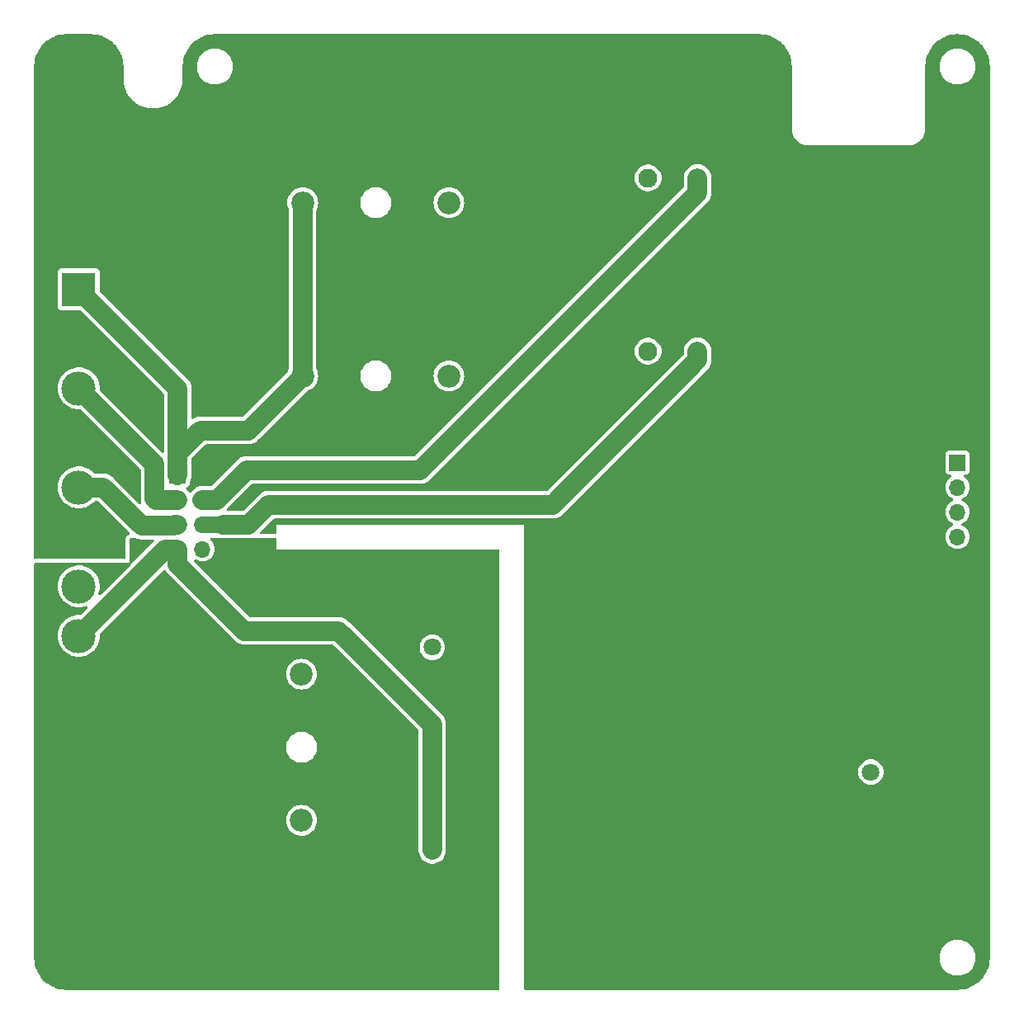
<source format=gbr>
%TF.GenerationSoftware,KiCad,Pcbnew,8.0.3-8.0.3-0~ubuntu22.04.1*%
%TF.CreationDate,2024-08-09T14:04:43+03:00*%
%TF.ProjectId,PM-PS,504d2d50-532e-46b6-9963-61645f706362,rev?*%
%TF.SameCoordinates,Original*%
%TF.FileFunction,Copper,L2,Bot*%
%TF.FilePolarity,Positive*%
%FSLAX46Y46*%
G04 Gerber Fmt 4.6, Leading zero omitted, Abs format (unit mm)*
G04 Created by KiCad (PCBNEW 8.0.3-8.0.3-0~ubuntu22.04.1) date 2024-08-09 14:04:43*
%MOMM*%
%LPD*%
G01*
G04 APERTURE LIST*
%TA.AperFunction,ComponentPad*%
%ADD10C,1.950000*%
%TD*%
%TA.AperFunction,ComponentPad*%
%ADD11C,1.803400*%
%TD*%
%TA.AperFunction,ComponentPad*%
%ADD12C,2.350000*%
%TD*%
%TA.AperFunction,ComponentPad*%
%ADD13R,1.700000X1.700000*%
%TD*%
%TA.AperFunction,ComponentPad*%
%ADD14O,1.700000X1.700000*%
%TD*%
%TA.AperFunction,ComponentPad*%
%ADD15R,3.500000X3.500000*%
%TD*%
%TA.AperFunction,ComponentPad*%
%ADD16C,3.500000*%
%TD*%
%TA.AperFunction,ComponentPad*%
%ADD17O,6.350000X6.350000*%
%TD*%
%TA.AperFunction,Conductor*%
%ADD18C,2.000000*%
%TD*%
%TA.AperFunction,Conductor*%
%ADD19C,1.699800*%
%TD*%
G04 APERTURE END LIST*
D10*
%TO.P,J5,1,VIN*%
%TO.N,Net-(J5-VIN)*%
X88900000Y-83820000D03*
%TO.P,J5,2,GND*%
%TO.N,GND*%
X91440000Y-83820000D03*
%TO.P,J5,3,+VO*%
%TO.N,+3.3V*%
X93980000Y-83820000D03*
%TD*%
D11*
%TO.P,U1,1,V-*%
%TO.N,GND*%
X111760000Y-135000000D03*
%TO.P,U1,2,V+*%
%TO.N,+24V*%
X111760000Y-127000001D03*
%TO.P,U1,3,AC/L*%
%TO.N,230V*%
X66759988Y-114200001D03*
%TO.P,U1,4,AC/N*%
%TO.N,N*%
X66759988Y-135000000D03*
%TD*%
D12*
%TO.P,U3,1,1*%
%TO.N,+24V*%
X53460000Y-86360000D03*
%TO.P,U3,2,2*%
%TO.N,Net-(J5-VIN)*%
X68460000Y-86360000D03*
%TD*%
D13*
%TO.P,J2,1,Pin_1*%
%TO.N,unconnected-(J2-Pin_1-Pad1)*%
X120650000Y-95250000D03*
D14*
%TO.P,J2,2,Pin_2*%
%TO.N,unconnected-(J2-Pin_2-Pad2)*%
X120650000Y-97790000D03*
%TO.P,J2,3,Pin_3*%
%TO.N,+5V*%
X120650000Y-100330000D03*
%TO.P,J2,4,Pin_4*%
%TO.N,+3.3V*%
X120650000Y-102870000D03*
%TO.P,J2,5,Pin_5*%
%TO.N,GND*%
X120650000Y-105410000D03*
%TD*%
D12*
%TO.P,U4,1,1*%
%TO.N,Net-(J3-Pin_7)*%
X53340000Y-131960000D03*
%TO.P,U4,2,2*%
%TO.N,230V*%
X53340000Y-116960000D03*
%TD*%
D15*
%TO.P,J3,1,Pin_1*%
%TO.N,+24V*%
X30480000Y-77470000D03*
D16*
%TO.P,J3,2,Pin_2*%
%TO.N,GND*%
X30480000Y-82550000D03*
%TO.P,J3,3,Pin_3*%
%TO.N,+5V*%
X30480000Y-87630000D03*
%TO.P,J3,4,Pin_4*%
%TO.N,GND*%
X30480000Y-92710000D03*
%TO.P,J3,5,Pin_5*%
%TO.N,+3.3V*%
X30480000Y-97790000D03*
%TO.P,J3,6,Pin_6*%
%TO.N,GND*%
X30480000Y-102870000D03*
%TO.P,J3,7,Pin_7*%
%TO.N,Net-(J3-Pin_7)*%
X30480000Y-107950000D03*
%TO.P,J3,8,Pin_8*%
%TO.N,N*%
X30480000Y-113030000D03*
%TO.P,J3,9,Pin_9*%
%TO.N,PE*%
X30480000Y-118110000D03*
%TO.P,J3,10,Pin_10*%
X30480000Y-123190000D03*
%TD*%
D13*
%TO.P,J1,1,1*%
%TO.N,+24V*%
X40640000Y-96520000D03*
D14*
%TO.P,J1,2,2*%
%TO.N,GND*%
X43180000Y-96520000D03*
%TO.P,J1,3,3*%
%TO.N,+5V*%
X40640000Y-99060000D03*
%TO.P,J1,4,4*%
X43180000Y-99060000D03*
%TO.P,J1,5,5*%
%TO.N,+3.3V*%
X40640000Y-101600000D03*
%TO.P,J1,6,6*%
X43180000Y-101600000D03*
%TO.P,J1,7,7*%
%TO.N,N*%
X40640000Y-104140000D03*
%TO.P,J1,8,8*%
%TO.N,230V*%
X43180000Y-104140000D03*
%TD*%
D12*
%TO.P,U2,1,1*%
%TO.N,+24V*%
X53460000Y-68580000D03*
%TO.P,U2,2,2*%
%TO.N,Net-(J4-VIN)*%
X68460000Y-68580000D03*
%TD*%
D17*
%TO.P,PE1,1*%
%TO.N,PE*%
X44450000Y-146050000D03*
%TD*%
D10*
%TO.P,J4,1,VIN*%
%TO.N,Net-(J4-VIN)*%
X88900000Y-66040000D03*
%TO.P,J4,2,GND*%
%TO.N,GND*%
X91440000Y-66040000D03*
%TO.P,J4,3,+VO*%
%TO.N,+5V*%
X93980000Y-66040000D03*
%TD*%
D18*
%TO.N,+5V*%
X47687760Y-96012000D02*
X65532000Y-96012000D01*
X43180000Y-99060000D02*
X44639760Y-99060000D01*
X44639760Y-99060000D02*
X47687760Y-96012000D01*
X40640000Y-99060000D02*
X38388300Y-99060000D01*
X30480000Y-87630000D02*
X38238300Y-95388300D01*
X65532000Y-96012000D02*
X93980000Y-67564000D01*
X38238300Y-95388300D02*
X38238300Y-98910000D01*
X93980000Y-67564000D02*
X93980000Y-66040000D01*
X38238300Y-98910000D02*
X38388300Y-99060000D01*
D19*
%TO.N,+3.3V*%
X40138200Y-101739800D02*
X40278000Y-101600000D01*
D18*
X40640000Y-101600000D02*
X40278000Y-101600000D01*
X36971200Y-101739800D02*
X33021400Y-97790000D01*
X49945800Y-99568000D02*
X47913800Y-101600000D01*
X47913800Y-101600000D02*
X45281600Y-101600000D01*
X93980000Y-83820000D02*
X93980000Y-84705100D01*
X79117100Y-99568000D02*
X49945800Y-99568000D01*
X36971200Y-101739800D02*
X40138200Y-101739800D01*
X33021400Y-97790000D02*
X30480000Y-97790000D01*
X93980000Y-84705100D02*
X79117100Y-99568000D01*
D19*
X45281600Y-101600000D02*
X43180000Y-101600000D01*
D18*
%TO.N,N*%
X40640000Y-104140000D02*
X39370000Y-104140000D01*
X57150000Y-112522000D02*
X47498000Y-112522000D01*
X38108000Y-105402000D02*
X30480000Y-113030000D01*
X66760000Y-122132000D02*
X57150000Y-112522000D01*
X66760000Y-135000000D02*
X66760000Y-122132000D01*
X39370000Y-104140000D02*
X38108000Y-105402000D01*
X40640000Y-105664000D02*
X40640000Y-104140000D01*
X47498000Y-112522000D02*
X40640000Y-105664000D01*
%TO.N,+24V*%
X53460000Y-68580000D02*
X53460000Y-86360000D01*
X40640000Y-87630000D02*
X30480000Y-77470000D01*
X47872000Y-91948000D02*
X53460000Y-86360000D01*
X40640000Y-96520000D02*
X40640000Y-94268300D01*
X42960300Y-91948000D02*
X47872000Y-91948000D01*
X40640000Y-94268300D02*
X42960300Y-91948000D01*
X40640000Y-94268300D02*
X40640000Y-87630000D01*
%TD*%
%TA.AperFunction,Conductor*%
%TO.N,PE*%
G36*
X36380250Y-103010515D02*
G01*
X36402267Y-103021733D01*
X36433594Y-103037695D01*
X36538431Y-103071758D01*
X36573370Y-103083110D01*
X36643247Y-103105815D01*
X36788402Y-103128805D01*
X36860979Y-103140301D01*
X36860980Y-103140301D01*
X37086533Y-103140301D01*
X37086557Y-103140300D01*
X38089731Y-103140300D01*
X38156770Y-103159985D01*
X38202525Y-103212789D01*
X38212469Y-103281947D01*
X38183444Y-103345503D01*
X38177412Y-103351981D01*
X37195636Y-104333758D01*
X35898681Y-105630712D01*
X35837358Y-105664197D01*
X35813446Y-105662486D01*
X35815770Y-105678647D01*
X35786745Y-105742203D01*
X35780713Y-105748681D01*
X32700281Y-108829111D01*
X32638958Y-108862596D01*
X32569266Y-108857612D01*
X32513333Y-108815740D01*
X32488916Y-108750276D01*
X32495760Y-108699905D01*
X32555590Y-108531559D01*
X32555595Y-108531543D01*
X32588511Y-108373135D01*
X32615448Y-108243511D01*
X32635525Y-107950000D01*
X32615448Y-107656489D01*
X32598089Y-107572955D01*
X32555595Y-107368456D01*
X32555590Y-107368440D01*
X32457072Y-107091237D01*
X32457072Y-107091236D01*
X32321722Y-106830024D01*
X32321721Y-106830022D01*
X32321717Y-106830016D01*
X32152067Y-106589676D01*
X31951256Y-106374661D01*
X31781068Y-106236203D01*
X31723049Y-106189001D01*
X31723047Y-106189000D01*
X31723045Y-106188998D01*
X31471680Y-106036139D01*
X31471675Y-106036137D01*
X31201845Y-105918934D01*
X30918560Y-105839561D01*
X30918556Y-105839560D01*
X30918555Y-105839560D01*
X30772826Y-105819530D01*
X30627099Y-105799500D01*
X30627098Y-105799500D01*
X30332902Y-105799500D01*
X30332901Y-105799500D01*
X30041445Y-105839560D01*
X30041439Y-105839561D01*
X29758154Y-105918934D01*
X29488324Y-106036137D01*
X29488319Y-106036139D01*
X29236954Y-106188998D01*
X29008743Y-106374661D01*
X28807932Y-106589676D01*
X28638282Y-106830016D01*
X28638278Y-106830022D01*
X28502927Y-107091237D01*
X28404409Y-107368440D01*
X28404404Y-107368456D01*
X28344552Y-107656486D01*
X28344551Y-107656488D01*
X28324475Y-107950000D01*
X28344551Y-108243511D01*
X28344552Y-108243513D01*
X28404404Y-108531543D01*
X28404409Y-108531559D01*
X28502927Y-108808762D01*
X28638278Y-109069977D01*
X28638282Y-109069983D01*
X28807932Y-109310323D01*
X29008743Y-109525338D01*
X29136384Y-109629181D01*
X29236951Y-109710999D01*
X29236953Y-109711000D01*
X29236954Y-109711001D01*
X29488319Y-109863860D01*
X29488324Y-109863862D01*
X29758154Y-109981065D01*
X29758159Y-109981067D01*
X30041445Y-110060440D01*
X30297681Y-110095659D01*
X30332901Y-110100500D01*
X30332902Y-110100500D01*
X30627099Y-110100500D01*
X30658520Y-110096180D01*
X30918555Y-110060440D01*
X31201841Y-109981067D01*
X31215958Y-109974934D01*
X31285288Y-109966278D01*
X31348293Y-109996479D01*
X31384969Y-110055949D01*
X31383670Y-110125807D01*
X31353044Y-110176348D01*
X30686212Y-110843181D01*
X30624889Y-110876666D01*
X30598531Y-110879500D01*
X30332901Y-110879500D01*
X30041445Y-110919560D01*
X30041439Y-110919561D01*
X29758154Y-110998934D01*
X29488324Y-111116137D01*
X29488319Y-111116139D01*
X29236954Y-111268998D01*
X29008743Y-111454661D01*
X28807932Y-111669676D01*
X28638282Y-111910016D01*
X28638278Y-111910022D01*
X28502927Y-112171237D01*
X28404409Y-112448440D01*
X28404404Y-112448456D01*
X28344552Y-112736486D01*
X28344551Y-112736488D01*
X28324475Y-113030000D01*
X28344551Y-113323511D01*
X28344552Y-113323513D01*
X28404404Y-113611543D01*
X28404409Y-113611559D01*
X28502927Y-113888762D01*
X28638278Y-114149977D01*
X28638282Y-114149983D01*
X28807932Y-114390323D01*
X29008743Y-114605338D01*
X29136384Y-114709181D01*
X29236951Y-114790999D01*
X29236953Y-114791000D01*
X29236954Y-114791001D01*
X29488319Y-114943860D01*
X29488324Y-114943862D01*
X29710201Y-115040236D01*
X29758159Y-115061067D01*
X30041445Y-115140440D01*
X30297681Y-115175659D01*
X30332901Y-115180500D01*
X30332902Y-115180500D01*
X30627099Y-115180500D01*
X30658520Y-115176180D01*
X30918555Y-115140440D01*
X31201841Y-115061067D01*
X31471682Y-114943859D01*
X31723049Y-114790999D01*
X31951260Y-114605335D01*
X32152065Y-114390326D01*
X32321722Y-114149976D01*
X32457072Y-113888764D01*
X32555592Y-113611554D01*
X32555592Y-113611549D01*
X32555595Y-113611543D01*
X32607914Y-113359765D01*
X32615448Y-113323511D01*
X32635525Y-113030000D01*
X32628174Y-112922541D01*
X32643237Y-112854317D01*
X32664200Y-112826404D01*
X39176242Y-106314364D01*
X39203499Y-106287106D01*
X39264818Y-106253623D01*
X39334509Y-106258606D01*
X39390444Y-106300477D01*
X39401662Y-106318494D01*
X39442183Y-106398020D01*
X39442184Y-106398021D01*
X39571751Y-106576357D01*
X39571755Y-106576361D01*
X39571758Y-106576365D01*
X39727635Y-106732242D01*
X39731965Y-106736572D01*
X39731976Y-106736582D01*
X46426632Y-113431238D01*
X46426646Y-113431253D01*
X46429757Y-113434364D01*
X46429758Y-113434365D01*
X46585635Y-113590242D01*
X46585638Y-113590244D01*
X46585642Y-113590248D01*
X46747372Y-113707750D01*
X46763978Y-113719815D01*
X46892375Y-113785237D01*
X46960393Y-113819895D01*
X46960396Y-113819896D01*
X47065221Y-113853955D01*
X47170049Y-113888015D01*
X47387779Y-113922501D01*
X47387780Y-113922501D01*
X47613333Y-113922501D01*
X47613357Y-113922500D01*
X56518532Y-113922500D01*
X56585571Y-113942185D01*
X56606213Y-113958819D01*
X65323181Y-122675787D01*
X65356666Y-122737110D01*
X65359500Y-122763468D01*
X65359500Y-135110221D01*
X65393985Y-135327952D01*
X65462103Y-135537603D01*
X65462104Y-135537606D01*
X65562187Y-135734025D01*
X65691752Y-135912358D01*
X65691756Y-135912363D01*
X65847636Y-136068243D01*
X65847641Y-136068247D01*
X66003192Y-136181260D01*
X66025978Y-136197815D01*
X66154375Y-136263237D01*
X66222393Y-136297895D01*
X66222396Y-136297896D01*
X66327221Y-136331955D01*
X66432049Y-136366015D01*
X66649778Y-136400500D01*
X66649779Y-136400500D01*
X66870221Y-136400500D01*
X66870222Y-136400500D01*
X67087951Y-136366015D01*
X67297606Y-136297895D01*
X67494022Y-136197815D01*
X67672365Y-136068242D01*
X67828242Y-135912365D01*
X67957815Y-135734022D01*
X68057895Y-135537606D01*
X68126015Y-135327951D01*
X68160500Y-135110222D01*
X68160500Y-122021778D01*
X68126015Y-121804049D01*
X68057895Y-121594394D01*
X68057895Y-121594393D01*
X68023237Y-121526375D01*
X67957815Y-121397978D01*
X67941260Y-121375192D01*
X67828247Y-121219641D01*
X67828243Y-121219636D01*
X67672364Y-121063757D01*
X60808606Y-114200000D01*
X65452814Y-114200000D01*
X65452814Y-114200001D01*
X65472672Y-114426984D01*
X65472674Y-114426994D01*
X65531643Y-114647073D01*
X65531645Y-114647077D01*
X65531646Y-114647081D01*
X65576934Y-114744202D01*
X65627940Y-114853585D01*
X65627941Y-114853587D01*
X65627942Y-114853588D01*
X65758635Y-115040236D01*
X65919753Y-115201354D01*
X66106401Y-115332047D01*
X66312908Y-115428343D01*
X66533000Y-115487316D01*
X66714590Y-115503203D01*
X66759987Y-115507175D01*
X66759988Y-115507175D01*
X66759989Y-115507175D01*
X66797819Y-115503865D01*
X66986976Y-115487316D01*
X67207068Y-115428343D01*
X67413575Y-115332047D01*
X67600223Y-115201354D01*
X67761341Y-115040236D01*
X67892034Y-114853588D01*
X67988330Y-114647081D01*
X68047303Y-114426989D01*
X68067162Y-114200001D01*
X68047303Y-113973013D01*
X67988330Y-113752921D01*
X67892034Y-113546414D01*
X67761341Y-113359766D01*
X67600223Y-113198648D01*
X67413575Y-113067955D01*
X67413574Y-113067954D01*
X67413572Y-113067953D01*
X67304189Y-113016947D01*
X67207068Y-112971659D01*
X67207064Y-112971658D01*
X67207060Y-112971656D01*
X66986981Y-112912687D01*
X66986971Y-112912685D01*
X66759989Y-112892827D01*
X66759987Y-112892827D01*
X66533004Y-112912685D01*
X66532994Y-112912687D01*
X66312915Y-112971656D01*
X66312906Y-112971660D01*
X66106403Y-113067953D01*
X65919752Y-113198648D01*
X65758635Y-113359765D01*
X65627940Y-113546416D01*
X65531647Y-113752919D01*
X65531643Y-113752928D01*
X65472674Y-113973007D01*
X65472672Y-113973017D01*
X65452814Y-114200000D01*
X60808606Y-114200000D01*
X58222582Y-111613976D01*
X58222573Y-111613966D01*
X58218242Y-111609635D01*
X58062365Y-111453758D01*
X58062361Y-111453755D01*
X58062357Y-111453751D01*
X57884025Y-111324187D01*
X57884024Y-111324186D01*
X57884022Y-111324185D01*
X57821096Y-111292122D01*
X57687606Y-111224104D01*
X57687603Y-111224103D01*
X57477952Y-111155985D01*
X57369086Y-111138742D01*
X57260222Y-111121499D01*
X57039778Y-111121499D01*
X57034667Y-111121499D01*
X57034643Y-111121500D01*
X48129468Y-111121500D01*
X48062429Y-111101815D01*
X48041787Y-111085181D01*
X42324865Y-105368259D01*
X42291380Y-105306936D01*
X42296364Y-105237244D01*
X42338236Y-105181311D01*
X42403700Y-105156894D01*
X42471973Y-105171746D01*
X42483670Y-105179004D01*
X42552361Y-105227102D01*
X42750670Y-105319575D01*
X42962023Y-105376207D01*
X43144926Y-105392208D01*
X43179998Y-105395277D01*
X43180000Y-105395277D01*
X43180002Y-105395277D01*
X43208254Y-105392805D01*
X43397977Y-105376207D01*
X43609330Y-105319575D01*
X43807639Y-105227102D01*
X43986877Y-105101598D01*
X44141598Y-104946877D01*
X44267102Y-104767639D01*
X44359575Y-104569330D01*
X44416207Y-104357977D01*
X44435277Y-104140000D01*
X44416207Y-103922023D01*
X44359575Y-103710670D01*
X44267102Y-103512362D01*
X44267100Y-103512359D01*
X44267099Y-103512357D01*
X44141599Y-103333124D01*
X44090422Y-103281947D01*
X44017154Y-103208679D01*
X43983671Y-103147359D01*
X43988655Y-103077667D01*
X44030526Y-103021733D01*
X44095990Y-102997316D01*
X44104837Y-102997000D01*
X45139523Y-102997000D01*
X45158909Y-102998525D01*
X45171378Y-103000500D01*
X47798443Y-103000500D01*
X47798467Y-103000501D01*
X47803578Y-103000501D01*
X48024022Y-103000501D01*
X48036486Y-102998527D01*
X48055883Y-102997000D01*
X50676000Y-102997000D01*
X50743039Y-103016685D01*
X50788794Y-103069489D01*
X50800000Y-103121000D01*
X50800000Y-104140000D01*
X73536000Y-104140000D01*
X73603039Y-104159685D01*
X73648794Y-104212489D01*
X73660000Y-104264000D01*
X73660000Y-149235500D01*
X73640315Y-149302539D01*
X73587511Y-149348294D01*
X73536000Y-149359500D01*
X29213246Y-149359500D01*
X29206756Y-149359330D01*
X28870549Y-149341709D01*
X28857641Y-149340352D01*
X28528337Y-149288196D01*
X28515642Y-149285498D01*
X28193586Y-149199204D01*
X28181241Y-149195193D01*
X27869972Y-149075708D01*
X27858115Y-149070429D01*
X27561029Y-148919055D01*
X27549802Y-148912573D01*
X27270171Y-148730978D01*
X27259683Y-148723359D01*
X27000558Y-148513524D01*
X26990913Y-148504839D01*
X26755160Y-148269086D01*
X26746475Y-148259441D01*
X26657648Y-148149749D01*
X26536638Y-148000313D01*
X26529023Y-147989832D01*
X26347423Y-147710191D01*
X26340947Y-147698976D01*
X26189565Y-147401873D01*
X26184296Y-147390038D01*
X26064803Y-147078749D01*
X26060798Y-147066422D01*
X25974497Y-146744342D01*
X25971806Y-146731677D01*
X25919647Y-146402358D01*
X25918290Y-146389450D01*
X25900670Y-146053243D01*
X25900500Y-146046753D01*
X25900500Y-131960000D01*
X51759628Y-131960000D01*
X51779085Y-132207228D01*
X51836976Y-132448362D01*
X51931877Y-132677474D01*
X52061450Y-132888916D01*
X52061453Y-132888921D01*
X52134458Y-132974399D01*
X52222508Y-133077492D01*
X52343213Y-133180583D01*
X52411078Y-133238546D01*
X52411083Y-133238549D01*
X52622525Y-133368122D01*
X52851637Y-133463023D01*
X53058567Y-133512702D01*
X53092775Y-133520915D01*
X53340000Y-133540372D01*
X53587225Y-133520915D01*
X53828362Y-133463023D01*
X54057474Y-133368122D01*
X54268919Y-133238548D01*
X54457492Y-133077492D01*
X54618548Y-132888919D01*
X54748122Y-132677474D01*
X54843023Y-132448362D01*
X54900915Y-132207225D01*
X54920372Y-131960000D01*
X54900915Y-131712775D01*
X54843023Y-131471638D01*
X54748122Y-131242526D01*
X54748122Y-131242525D01*
X54618549Y-131031083D01*
X54618546Y-131031078D01*
X54560583Y-130963213D01*
X54457492Y-130842508D01*
X54354399Y-130754458D01*
X54268921Y-130681453D01*
X54268916Y-130681450D01*
X54057474Y-130551877D01*
X53828362Y-130456976D01*
X53587228Y-130399085D01*
X53340000Y-130379628D01*
X53092771Y-130399085D01*
X52851637Y-130456976D01*
X52622525Y-130551877D01*
X52411083Y-130681450D01*
X52411078Y-130681453D01*
X52222508Y-130842508D01*
X52061453Y-131031078D01*
X52061450Y-131031083D01*
X51931877Y-131242525D01*
X51836976Y-131471637D01*
X51779085Y-131712771D01*
X51759628Y-131960000D01*
X25900500Y-131960000D01*
X25900500Y-124335999D01*
X51764500Y-124335999D01*
X51764500Y-124584000D01*
X51803293Y-124828927D01*
X51803294Y-124828931D01*
X51879927Y-125064782D01*
X51992511Y-125285742D01*
X52138276Y-125486370D01*
X52313630Y-125661724D01*
X52514258Y-125807489D01*
X52735218Y-125920073D01*
X52971069Y-125996706D01*
X53062920Y-126011253D01*
X53216000Y-126035500D01*
X53216005Y-126035500D01*
X53464000Y-126035500D01*
X53600070Y-126013947D01*
X53708931Y-125996706D01*
X53944782Y-125920073D01*
X54165742Y-125807489D01*
X54366370Y-125661724D01*
X54541724Y-125486370D01*
X54687489Y-125285742D01*
X54800073Y-125064782D01*
X54876706Y-124828931D01*
X54893947Y-124720070D01*
X54915500Y-124584000D01*
X54915500Y-124335999D01*
X54876706Y-124091072D01*
X54876706Y-124091069D01*
X54800073Y-123855218D01*
X54687489Y-123634258D01*
X54541724Y-123433630D01*
X54366370Y-123258276D01*
X54165742Y-123112511D01*
X53944782Y-122999927D01*
X53708931Y-122923294D01*
X53708929Y-122923293D01*
X53708927Y-122923293D01*
X53464000Y-122884500D01*
X53463995Y-122884500D01*
X53216005Y-122884500D01*
X53216000Y-122884500D01*
X52971072Y-122923293D01*
X52735215Y-122999928D01*
X52514257Y-123112511D01*
X52399792Y-123195675D01*
X52313630Y-123258276D01*
X52313628Y-123258278D01*
X52313627Y-123258278D01*
X52138278Y-123433627D01*
X52138278Y-123433628D01*
X52138276Y-123433630D01*
X52075675Y-123519792D01*
X51992511Y-123634257D01*
X51879928Y-123855215D01*
X51803293Y-124091072D01*
X51764500Y-124335999D01*
X25900500Y-124335999D01*
X25900500Y-116960000D01*
X51759628Y-116960000D01*
X51779085Y-117207228D01*
X51836976Y-117448362D01*
X51931877Y-117677474D01*
X52061450Y-117888916D01*
X52061453Y-117888921D01*
X52134458Y-117974399D01*
X52222508Y-118077492D01*
X52343213Y-118180583D01*
X52411078Y-118238546D01*
X52411083Y-118238549D01*
X52622525Y-118368122D01*
X52851637Y-118463023D01*
X53058567Y-118512702D01*
X53092775Y-118520915D01*
X53340000Y-118540372D01*
X53587225Y-118520915D01*
X53828362Y-118463023D01*
X54057474Y-118368122D01*
X54268919Y-118238548D01*
X54457492Y-118077492D01*
X54618548Y-117888919D01*
X54748122Y-117677474D01*
X54843023Y-117448362D01*
X54900915Y-117207225D01*
X54920372Y-116960000D01*
X54900915Y-116712775D01*
X54843023Y-116471638D01*
X54748122Y-116242526D01*
X54748122Y-116242525D01*
X54618549Y-116031083D01*
X54618546Y-116031078D01*
X54560583Y-115963213D01*
X54457492Y-115842508D01*
X54354399Y-115754458D01*
X54268921Y-115681453D01*
X54268916Y-115681450D01*
X54057474Y-115551877D01*
X53828362Y-115456976D01*
X53587228Y-115399085D01*
X53340000Y-115379628D01*
X53092771Y-115399085D01*
X52851637Y-115456976D01*
X52622525Y-115551877D01*
X52411083Y-115681450D01*
X52411078Y-115681453D01*
X52222508Y-115842508D01*
X52061453Y-116031078D01*
X52061450Y-116031083D01*
X51931877Y-116242525D01*
X51836976Y-116471637D01*
X51779085Y-116712771D01*
X51759628Y-116960000D01*
X25900500Y-116960000D01*
X25900500Y-105661000D01*
X25920185Y-105593961D01*
X25972989Y-105548206D01*
X26024500Y-105537000D01*
X35687000Y-105537000D01*
X35687000Y-103121000D01*
X35706685Y-103053961D01*
X35759489Y-103008206D01*
X35811000Y-102997000D01*
X36323955Y-102997000D01*
X36380250Y-103010515D01*
G37*
%TD.AperFunction*%
%TD*%
%TA.AperFunction,Conductor*%
%TO.N,GND*%
G36*
X31753243Y-51300669D02*
G01*
X32089450Y-51318290D01*
X32102358Y-51319647D01*
X32431677Y-51371806D01*
X32444342Y-51374497D01*
X32766422Y-51460798D01*
X32778749Y-51464803D01*
X33090038Y-51584296D01*
X33101873Y-51589565D01*
X33398976Y-51740947D01*
X33410191Y-51747423D01*
X33689832Y-51929023D01*
X33700313Y-51936638D01*
X33959441Y-52146475D01*
X33969086Y-52155160D01*
X34204839Y-52390913D01*
X34213524Y-52400558D01*
X34423359Y-52659683D01*
X34430978Y-52670171D01*
X34612573Y-52949802D01*
X34619055Y-52961029D01*
X34748834Y-53215733D01*
X34770429Y-53258115D01*
X34775708Y-53269972D01*
X34895193Y-53581241D01*
X34899204Y-53593586D01*
X34985498Y-53915642D01*
X34988196Y-53928337D01*
X35040352Y-54257641D01*
X35041709Y-54270549D01*
X35059330Y-54606756D01*
X35059500Y-54613246D01*
X35059500Y-56039342D01*
X35092812Y-56356295D01*
X35092813Y-56356296D01*
X35159070Y-56668014D01*
X35159071Y-56668015D01*
X35159072Y-56668019D01*
X35257553Y-56971113D01*
X35324540Y-57121569D01*
X35387178Y-57262257D01*
X35387181Y-57262262D01*
X35546520Y-57538246D01*
X35546520Y-57538247D01*
X35733851Y-57796083D01*
X35829267Y-57902052D01*
X35947091Y-58032909D01*
X36059670Y-58134275D01*
X36183916Y-58246148D01*
X36183922Y-58246152D01*
X36183925Y-58246155D01*
X36345766Y-58363740D01*
X36441753Y-58433479D01*
X36621443Y-58537223D01*
X36717747Y-58592824D01*
X37008887Y-58722447D01*
X37311981Y-58820928D01*
X37311984Y-58820928D01*
X37311985Y-58820929D01*
X37354934Y-58830058D01*
X37623708Y-58887188D01*
X37940654Y-58920500D01*
X37940658Y-58920500D01*
X38259342Y-58920500D01*
X38259346Y-58920500D01*
X38576292Y-58887188D01*
X38888019Y-58820928D01*
X39191113Y-58722447D01*
X39482253Y-58592824D01*
X39758246Y-58433479D01*
X39758247Y-58433479D01*
X39806502Y-58398418D01*
X40016075Y-58246155D01*
X40252909Y-58032909D01*
X40466155Y-57796075D01*
X40653478Y-57538248D01*
X40812824Y-57262253D01*
X40942447Y-56971113D01*
X41040928Y-56668019D01*
X41107188Y-56356292D01*
X41140500Y-56039346D01*
X41140500Y-55880000D01*
X41140500Y-55814108D01*
X41140500Y-54613246D01*
X41140670Y-54606756D01*
X41143953Y-54544108D01*
X41146856Y-54488711D01*
X42599500Y-54488711D01*
X42599500Y-54731288D01*
X42631161Y-54971785D01*
X42693947Y-55206104D01*
X42786773Y-55430205D01*
X42786776Y-55430212D01*
X42908064Y-55640289D01*
X42908066Y-55640292D01*
X42908067Y-55640293D01*
X43055733Y-55832736D01*
X43055739Y-55832743D01*
X43227256Y-56004260D01*
X43227263Y-56004266D01*
X43340321Y-56091018D01*
X43419711Y-56151936D01*
X43629788Y-56273224D01*
X43853900Y-56366054D01*
X44088211Y-56428838D01*
X44268586Y-56452584D01*
X44328711Y-56460500D01*
X44328712Y-56460500D01*
X44571289Y-56460500D01*
X44619388Y-56454167D01*
X44811789Y-56428838D01*
X45046100Y-56366054D01*
X45270212Y-56273224D01*
X45480289Y-56151936D01*
X45672738Y-56004265D01*
X45844265Y-55832738D01*
X45991936Y-55640289D01*
X46113224Y-55430212D01*
X46206054Y-55206100D01*
X46268838Y-54971789D01*
X46300500Y-54731288D01*
X46300500Y-54488712D01*
X46268838Y-54248211D01*
X46206054Y-54013900D01*
X46113224Y-53789788D01*
X45991936Y-53579711D01*
X45844265Y-53387262D01*
X45844260Y-53387256D01*
X45672743Y-53215739D01*
X45672736Y-53215733D01*
X45480293Y-53068067D01*
X45480292Y-53068066D01*
X45480289Y-53068064D01*
X45294909Y-52961035D01*
X45270214Y-52946777D01*
X45270205Y-52946773D01*
X45046104Y-52853947D01*
X44811785Y-52791161D01*
X44571289Y-52759500D01*
X44571288Y-52759500D01*
X44328712Y-52759500D01*
X44328711Y-52759500D01*
X44088214Y-52791161D01*
X43853895Y-52853947D01*
X43629794Y-52946773D01*
X43629785Y-52946777D01*
X43419706Y-53068067D01*
X43227263Y-53215733D01*
X43227256Y-53215739D01*
X43055739Y-53387256D01*
X43055733Y-53387263D01*
X42908067Y-53579706D01*
X42786777Y-53789785D01*
X42786773Y-53789794D01*
X42693947Y-54013895D01*
X42631161Y-54248214D01*
X42599500Y-54488711D01*
X41146856Y-54488711D01*
X41158290Y-54270547D01*
X41159647Y-54257641D01*
X41161141Y-54248211D01*
X41211806Y-53928318D01*
X41214496Y-53915661D01*
X41300799Y-53593571D01*
X41304801Y-53581256D01*
X41424298Y-53269954D01*
X41429561Y-53258133D01*
X41580951Y-52961014D01*
X41587417Y-52949816D01*
X41769029Y-52670158D01*
X41776631Y-52659695D01*
X41986483Y-52400548D01*
X41995150Y-52390923D01*
X42230923Y-52155150D01*
X42240548Y-52146483D01*
X42499695Y-51936631D01*
X42510158Y-51929029D01*
X42789816Y-51747417D01*
X42801014Y-51740951D01*
X43098133Y-51589561D01*
X43109954Y-51584298D01*
X43421256Y-51464801D01*
X43433571Y-51460799D01*
X43755661Y-51374496D01*
X43768318Y-51371806D01*
X44097643Y-51319646D01*
X44110547Y-51318290D01*
X44446756Y-51300669D01*
X44453246Y-51300500D01*
X44515892Y-51300500D01*
X100264108Y-51300500D01*
X100326754Y-51300500D01*
X100333243Y-51300669D01*
X100669450Y-51318290D01*
X100682358Y-51319647D01*
X101011677Y-51371806D01*
X101024342Y-51374497D01*
X101346422Y-51460798D01*
X101358749Y-51464803D01*
X101670038Y-51584296D01*
X101681873Y-51589565D01*
X101978976Y-51740947D01*
X101990191Y-51747423D01*
X102269832Y-51929023D01*
X102280313Y-51936638D01*
X102539441Y-52146475D01*
X102549086Y-52155160D01*
X102784839Y-52390913D01*
X102793524Y-52400558D01*
X103003359Y-52659683D01*
X103010978Y-52670171D01*
X103192573Y-52949802D01*
X103199055Y-52961029D01*
X103328834Y-53215733D01*
X103350429Y-53258115D01*
X103355708Y-53269972D01*
X103475193Y-53581241D01*
X103479204Y-53593586D01*
X103565498Y-53915642D01*
X103568196Y-53928337D01*
X103620352Y-54257641D01*
X103621709Y-54270549D01*
X103639330Y-54606756D01*
X103639500Y-54613246D01*
X103639500Y-61086627D01*
X103675541Y-61337303D01*
X103675543Y-61337313D01*
X103746894Y-61580312D01*
X103852093Y-61810666D01*
X103852106Y-61810689D01*
X103989016Y-62023725D01*
X103989020Y-62023731D01*
X104154868Y-62215131D01*
X104346268Y-62380979D01*
X104346274Y-62380983D01*
X104559310Y-62517893D01*
X104559333Y-62517906D01*
X104789687Y-62623105D01*
X104789691Y-62623106D01*
X104789693Y-62623107D01*
X105032692Y-62694458D01*
X105283371Y-62730500D01*
X105283374Y-62730500D01*
X115696626Y-62730500D01*
X115696629Y-62730500D01*
X115947308Y-62694458D01*
X116190307Y-62623107D01*
X116190310Y-62623105D01*
X116190312Y-62623105D01*
X116420666Y-62517906D01*
X116420670Y-62517903D01*
X116420678Y-62517900D01*
X116633732Y-62380979D01*
X116825131Y-62215131D01*
X116990979Y-62023732D01*
X117127900Y-61810678D01*
X117127903Y-61810670D01*
X117127906Y-61810666D01*
X117233105Y-61580312D01*
X117233105Y-61580310D01*
X117233107Y-61580307D01*
X117304458Y-61337308D01*
X117340500Y-61086629D01*
X117340500Y-60960000D01*
X117340500Y-60894108D01*
X117340500Y-54613246D01*
X117340670Y-54606756D01*
X117343953Y-54544108D01*
X117346856Y-54488711D01*
X118799500Y-54488711D01*
X118799500Y-54731288D01*
X118831161Y-54971785D01*
X118893947Y-55206104D01*
X118986773Y-55430205D01*
X118986776Y-55430212D01*
X119108064Y-55640289D01*
X119108066Y-55640292D01*
X119108067Y-55640293D01*
X119255733Y-55832736D01*
X119255739Y-55832743D01*
X119427256Y-56004260D01*
X119427263Y-56004266D01*
X119540321Y-56091018D01*
X119619711Y-56151936D01*
X119829788Y-56273224D01*
X120053900Y-56366054D01*
X120288211Y-56428838D01*
X120468586Y-56452584D01*
X120528711Y-56460500D01*
X120528712Y-56460500D01*
X120771289Y-56460500D01*
X120819388Y-56454167D01*
X121011789Y-56428838D01*
X121246100Y-56366054D01*
X121470212Y-56273224D01*
X121680289Y-56151936D01*
X121872738Y-56004265D01*
X122044265Y-55832738D01*
X122191936Y-55640289D01*
X122313224Y-55430212D01*
X122406054Y-55206100D01*
X122468838Y-54971789D01*
X122500500Y-54731288D01*
X122500500Y-54488712D01*
X122468838Y-54248211D01*
X122406054Y-54013900D01*
X122313224Y-53789788D01*
X122191936Y-53579711D01*
X122044265Y-53387262D01*
X122044260Y-53387256D01*
X121872743Y-53215739D01*
X121872736Y-53215733D01*
X121680293Y-53068067D01*
X121680292Y-53068066D01*
X121680289Y-53068064D01*
X121494909Y-52961035D01*
X121470214Y-52946777D01*
X121470205Y-52946773D01*
X121246104Y-52853947D01*
X121011785Y-52791161D01*
X120771289Y-52759500D01*
X120771288Y-52759500D01*
X120528712Y-52759500D01*
X120528711Y-52759500D01*
X120288214Y-52791161D01*
X120053895Y-52853947D01*
X119829794Y-52946773D01*
X119829785Y-52946777D01*
X119619706Y-53068067D01*
X119427263Y-53215733D01*
X119427256Y-53215739D01*
X119255739Y-53387256D01*
X119255733Y-53387263D01*
X119108067Y-53579706D01*
X118986777Y-53789785D01*
X118986773Y-53789794D01*
X118893947Y-54013895D01*
X118831161Y-54248214D01*
X118799500Y-54488711D01*
X117346856Y-54488711D01*
X117358290Y-54270547D01*
X117359647Y-54257641D01*
X117361141Y-54248211D01*
X117411806Y-53928318D01*
X117414496Y-53915661D01*
X117500799Y-53593571D01*
X117504801Y-53581256D01*
X117624298Y-53269954D01*
X117629561Y-53258133D01*
X117780951Y-52961014D01*
X117787417Y-52949816D01*
X117969029Y-52670158D01*
X117976631Y-52659695D01*
X118186483Y-52400548D01*
X118195150Y-52390923D01*
X118430923Y-52155150D01*
X118440548Y-52146483D01*
X118699695Y-51936631D01*
X118710158Y-51929029D01*
X118989816Y-51747417D01*
X119001014Y-51740951D01*
X119298133Y-51589561D01*
X119309954Y-51584298D01*
X119621256Y-51464801D01*
X119633571Y-51460799D01*
X119955661Y-51374496D01*
X119968318Y-51371806D01*
X120297643Y-51319646D01*
X120310547Y-51318290D01*
X120643512Y-51300840D01*
X120656488Y-51300840D01*
X120989450Y-51318290D01*
X121002358Y-51319647D01*
X121331677Y-51371806D01*
X121344342Y-51374497D01*
X121666422Y-51460798D01*
X121678749Y-51464803D01*
X121990038Y-51584296D01*
X122001873Y-51589565D01*
X122298976Y-51740947D01*
X122310191Y-51747423D01*
X122589832Y-51929023D01*
X122600313Y-51936638D01*
X122859441Y-52146475D01*
X122869086Y-52155160D01*
X123104839Y-52390913D01*
X123113524Y-52400558D01*
X123323359Y-52659683D01*
X123330978Y-52670171D01*
X123512573Y-52949802D01*
X123519055Y-52961029D01*
X123648834Y-53215733D01*
X123670429Y-53258115D01*
X123675708Y-53269972D01*
X123795193Y-53581241D01*
X123799204Y-53593586D01*
X123885498Y-53915642D01*
X123888196Y-53928337D01*
X123940352Y-54257641D01*
X123941709Y-54270549D01*
X123959330Y-54606756D01*
X123959500Y-54613246D01*
X123959500Y-146046753D01*
X123959330Y-146053243D01*
X123941709Y-146389450D01*
X123940352Y-146402358D01*
X123888196Y-146731662D01*
X123885498Y-146744357D01*
X123799204Y-147066413D01*
X123795193Y-147078758D01*
X123675708Y-147390027D01*
X123670429Y-147401884D01*
X123519059Y-147698964D01*
X123512569Y-147710204D01*
X123330983Y-147989822D01*
X123323354Y-148000323D01*
X123113524Y-148259441D01*
X123104839Y-148269086D01*
X122869086Y-148504839D01*
X122859441Y-148513524D01*
X122600323Y-148723354D01*
X122589822Y-148730983D01*
X122310204Y-148912569D01*
X122298964Y-148919059D01*
X122001884Y-149070429D01*
X121990027Y-149075708D01*
X121678758Y-149195193D01*
X121666413Y-149199204D01*
X121344357Y-149285498D01*
X121331662Y-149288196D01*
X121002358Y-149340352D01*
X120989450Y-149341709D01*
X120653244Y-149359330D01*
X120646754Y-149359500D01*
X76324000Y-149359500D01*
X76256961Y-149339815D01*
X76211206Y-149287011D01*
X76200000Y-149235500D01*
X76200000Y-145928711D01*
X118799500Y-145928711D01*
X118799500Y-146171288D01*
X118831161Y-146411785D01*
X118893947Y-146646104D01*
X118934645Y-146744357D01*
X118986776Y-146870212D01*
X119108064Y-147080289D01*
X119108066Y-147080292D01*
X119108067Y-147080293D01*
X119255733Y-147272736D01*
X119255739Y-147272743D01*
X119427256Y-147444260D01*
X119427262Y-147444265D01*
X119619711Y-147591936D01*
X119829788Y-147713224D01*
X120053900Y-147806054D01*
X120288211Y-147868838D01*
X120468586Y-147892584D01*
X120528711Y-147900500D01*
X120528712Y-147900500D01*
X120771289Y-147900500D01*
X120819388Y-147894167D01*
X121011789Y-147868838D01*
X121246100Y-147806054D01*
X121470212Y-147713224D01*
X121680289Y-147591936D01*
X121872738Y-147444265D01*
X122044265Y-147272738D01*
X122191936Y-147080289D01*
X122313224Y-146870212D01*
X122406054Y-146646100D01*
X122468838Y-146411789D01*
X122500500Y-146171288D01*
X122500500Y-145928712D01*
X122468838Y-145688211D01*
X122406054Y-145453900D01*
X122313224Y-145229788D01*
X122191936Y-145019711D01*
X122044265Y-144827262D01*
X122044260Y-144827256D01*
X121872743Y-144655739D01*
X121872736Y-144655733D01*
X121680293Y-144508067D01*
X121680292Y-144508066D01*
X121680289Y-144508064D01*
X121470212Y-144386776D01*
X121470205Y-144386773D01*
X121246104Y-144293947D01*
X121011785Y-144231161D01*
X120771289Y-144199500D01*
X120771288Y-144199500D01*
X120528712Y-144199500D01*
X120528711Y-144199500D01*
X120288214Y-144231161D01*
X120053895Y-144293947D01*
X119829794Y-144386773D01*
X119829785Y-144386777D01*
X119619706Y-144508067D01*
X119427263Y-144655733D01*
X119427256Y-144655739D01*
X119255739Y-144827256D01*
X119255733Y-144827263D01*
X119108067Y-145019706D01*
X118986777Y-145229785D01*
X118986773Y-145229794D01*
X118893947Y-145453895D01*
X118831161Y-145688214D01*
X118799500Y-145928711D01*
X76200000Y-145928711D01*
X76200000Y-127000000D01*
X110452826Y-127000000D01*
X110452826Y-127000001D01*
X110472684Y-127226984D01*
X110472686Y-127226994D01*
X110531655Y-127447073D01*
X110531657Y-127447077D01*
X110531658Y-127447081D01*
X110576946Y-127544202D01*
X110627952Y-127653585D01*
X110627953Y-127653587D01*
X110627954Y-127653588D01*
X110758647Y-127840236D01*
X110919765Y-128001354D01*
X111106413Y-128132047D01*
X111312920Y-128228343D01*
X111533012Y-128287316D01*
X111714602Y-128303203D01*
X111759999Y-128307175D01*
X111760000Y-128307175D01*
X111760001Y-128307175D01*
X111797831Y-128303865D01*
X111986988Y-128287316D01*
X112207080Y-128228343D01*
X112413587Y-128132047D01*
X112600235Y-128001354D01*
X112761353Y-127840236D01*
X112892046Y-127653588D01*
X112988342Y-127447081D01*
X113047315Y-127226989D01*
X113067174Y-127000001D01*
X113047315Y-126773013D01*
X112988342Y-126552921D01*
X112892046Y-126346414D01*
X112761353Y-126159766D01*
X112600235Y-125998648D01*
X112413587Y-125867955D01*
X112413586Y-125867954D01*
X112413584Y-125867953D01*
X112304201Y-125816947D01*
X112207080Y-125771659D01*
X112207076Y-125771658D01*
X112207072Y-125771656D01*
X111986993Y-125712687D01*
X111986983Y-125712685D01*
X111760001Y-125692827D01*
X111759999Y-125692827D01*
X111533016Y-125712685D01*
X111533006Y-125712687D01*
X111312927Y-125771656D01*
X111312918Y-125771660D01*
X111106415Y-125867953D01*
X110919764Y-125998648D01*
X110758647Y-126159765D01*
X110627952Y-126346416D01*
X110531659Y-126552919D01*
X110531655Y-126552928D01*
X110472686Y-126773007D01*
X110472684Y-126773017D01*
X110452826Y-127000000D01*
X76200000Y-127000000D01*
X76200000Y-101600000D01*
X50800000Y-101600000D01*
X50800000Y-102467500D01*
X50780315Y-102534539D01*
X50727511Y-102580294D01*
X50676000Y-102591500D01*
X49202267Y-102591500D01*
X49135228Y-102571815D01*
X49089473Y-102519011D01*
X49079529Y-102449853D01*
X49108554Y-102386297D01*
X49114586Y-102379819D01*
X49782024Y-101712382D01*
X50489587Y-101004819D01*
X50550910Y-100971334D01*
X50577268Y-100968500D01*
X79001743Y-100968500D01*
X79001767Y-100968501D01*
X79006878Y-100968501D01*
X79227321Y-100968501D01*
X79227322Y-100968501D01*
X79445051Y-100934015D01*
X79654706Y-100865895D01*
X79851122Y-100765815D01*
X79942397Y-100699500D01*
X80029465Y-100636242D01*
X80185342Y-100480365D01*
X80185343Y-100480363D01*
X80192403Y-100473303D01*
X80192409Y-100473296D01*
X82875708Y-97789997D01*
X119394723Y-97789997D01*
X119394723Y-97790002D01*
X119413793Y-98007975D01*
X119413793Y-98007979D01*
X119470422Y-98219322D01*
X119470424Y-98219326D01*
X119470425Y-98219330D01*
X119509578Y-98303293D01*
X119562897Y-98417638D01*
X119562898Y-98417639D01*
X119688402Y-98596877D01*
X119843123Y-98751598D01*
X120022360Y-98877101D01*
X120022361Y-98877102D01*
X120173583Y-98947618D01*
X120226022Y-98993790D01*
X120245174Y-99060984D01*
X120224958Y-99127865D01*
X120173583Y-99172382D01*
X120022361Y-99242898D01*
X120022357Y-99242900D01*
X119843121Y-99368402D01*
X119688402Y-99523121D01*
X119562900Y-99702357D01*
X119562898Y-99702361D01*
X119470426Y-99900668D01*
X119470422Y-99900677D01*
X119413793Y-100112020D01*
X119413793Y-100112024D01*
X119394723Y-100329997D01*
X119394723Y-100330002D01*
X119402486Y-100418733D01*
X119412269Y-100530562D01*
X119413793Y-100547975D01*
X119413793Y-100547979D01*
X119470422Y-100759322D01*
X119470424Y-100759326D01*
X119470425Y-100759330D01*
X119486181Y-100793119D01*
X119562897Y-100957638D01*
X119571103Y-100969357D01*
X119688402Y-101136877D01*
X119843123Y-101291598D01*
X120022360Y-101417101D01*
X120022361Y-101417102D01*
X120173583Y-101487618D01*
X120226022Y-101533790D01*
X120245174Y-101600984D01*
X120224958Y-101667865D01*
X120173583Y-101712382D01*
X120022361Y-101782898D01*
X120022357Y-101782900D01*
X119843121Y-101908402D01*
X119688402Y-102063121D01*
X119562900Y-102242357D01*
X119562898Y-102242361D01*
X119470426Y-102440668D01*
X119470422Y-102440677D01*
X119413793Y-102652020D01*
X119413793Y-102652024D01*
X119394723Y-102869997D01*
X119394723Y-102870002D01*
X119413793Y-103087975D01*
X119413793Y-103087979D01*
X119470422Y-103299322D01*
X119470424Y-103299326D01*
X119470425Y-103299330D01*
X119516661Y-103398484D01*
X119562897Y-103497638D01*
X119562898Y-103497639D01*
X119688402Y-103676877D01*
X119843123Y-103831598D01*
X120022361Y-103957102D01*
X120220670Y-104049575D01*
X120432023Y-104106207D01*
X120614926Y-104122208D01*
X120649998Y-104125277D01*
X120650000Y-104125277D01*
X120650002Y-104125277D01*
X120678254Y-104122805D01*
X120867977Y-104106207D01*
X121079330Y-104049575D01*
X121277639Y-103957102D01*
X121456877Y-103831598D01*
X121611598Y-103676877D01*
X121737102Y-103497639D01*
X121829575Y-103299330D01*
X121886207Y-103087977D01*
X121905277Y-102870000D01*
X121886207Y-102652023D01*
X121829575Y-102440670D01*
X121737102Y-102242362D01*
X121737100Y-102242359D01*
X121737099Y-102242357D01*
X121611599Y-102063124D01*
X121577805Y-102029330D01*
X121456877Y-101908402D01*
X121277639Y-101782898D01*
X121126414Y-101712381D01*
X121073977Y-101666210D01*
X121054825Y-101599016D01*
X121075041Y-101532135D01*
X121126414Y-101487618D01*
X121277639Y-101417102D01*
X121456877Y-101291598D01*
X121611598Y-101136877D01*
X121737102Y-100957639D01*
X121829575Y-100759330D01*
X121886207Y-100547977D01*
X121902837Y-100357895D01*
X121905277Y-100330002D01*
X121905277Y-100329997D01*
X121898962Y-100257815D01*
X121886207Y-100112023D01*
X121846890Y-99965289D01*
X121829577Y-99900677D01*
X121829576Y-99900676D01*
X121829575Y-99900670D01*
X121737102Y-99702362D01*
X121737100Y-99702359D01*
X121737099Y-99702357D01*
X121611599Y-99523124D01*
X121536081Y-99447606D01*
X121456877Y-99368402D01*
X121277639Y-99242898D01*
X121126414Y-99172381D01*
X121073977Y-99126210D01*
X121054825Y-99059016D01*
X121075041Y-98992135D01*
X121126414Y-98947618D01*
X121277639Y-98877102D01*
X121456877Y-98751598D01*
X121611598Y-98596877D01*
X121737102Y-98417639D01*
X121829575Y-98219330D01*
X121886207Y-98007977D01*
X121905277Y-97790000D01*
X121902836Y-97762104D01*
X121901569Y-97747618D01*
X121886207Y-97572023D01*
X121840522Y-97401524D01*
X121829577Y-97360677D01*
X121829576Y-97360676D01*
X121829575Y-97360670D01*
X121737102Y-97162362D01*
X121737100Y-97162359D01*
X121737099Y-97162357D01*
X121611599Y-96983124D01*
X121545764Y-96917289D01*
X121456877Y-96828402D01*
X121310733Y-96726071D01*
X121267112Y-96671497D01*
X121259919Y-96601998D01*
X121291441Y-96539644D01*
X121351671Y-96504230D01*
X121381859Y-96500499D01*
X121531518Y-96500499D01*
X121625304Y-96485646D01*
X121738342Y-96428050D01*
X121828050Y-96338342D01*
X121885646Y-96225304D01*
X121885646Y-96225302D01*
X121885647Y-96225301D01*
X121900499Y-96131524D01*
X121900500Y-96131519D01*
X121900499Y-94368482D01*
X121885646Y-94274696D01*
X121828050Y-94161658D01*
X121828046Y-94161654D01*
X121828045Y-94161652D01*
X121738347Y-94071954D01*
X121738344Y-94071952D01*
X121738342Y-94071950D01*
X121661517Y-94032805D01*
X121625301Y-94014352D01*
X121531524Y-93999500D01*
X119768482Y-93999500D01*
X119687519Y-94012323D01*
X119674696Y-94014354D01*
X119561658Y-94071950D01*
X119561657Y-94071951D01*
X119561652Y-94071954D01*
X119471954Y-94161652D01*
X119471951Y-94161657D01*
X119471950Y-94161658D01*
X119453834Y-94197213D01*
X119414352Y-94274698D01*
X119399500Y-94368475D01*
X119399500Y-96131517D01*
X119410292Y-96199657D01*
X119414354Y-96225304D01*
X119471950Y-96338342D01*
X119471952Y-96338344D01*
X119471954Y-96338347D01*
X119561652Y-96428045D01*
X119561654Y-96428046D01*
X119561658Y-96428050D01*
X119674694Y-96485645D01*
X119674698Y-96485647D01*
X119768475Y-96500499D01*
X119768481Y-96500500D01*
X119918140Y-96500499D01*
X119985177Y-96520183D01*
X120030932Y-96572987D01*
X120040876Y-96642145D01*
X120011851Y-96705701D01*
X119989262Y-96726074D01*
X119843118Y-96828405D01*
X119688402Y-96983121D01*
X119562900Y-97162357D01*
X119562898Y-97162361D01*
X119470426Y-97360668D01*
X119470422Y-97360677D01*
X119413793Y-97572020D01*
X119413793Y-97572024D01*
X119394723Y-97789997D01*
X82875708Y-97789997D01*
X94885296Y-85780409D01*
X94885303Y-85780403D01*
X94892363Y-85773343D01*
X94892365Y-85773342D01*
X95048242Y-85617465D01*
X95177815Y-85439122D01*
X95277895Y-85242706D01*
X95346015Y-85033051D01*
X95349268Y-85012511D01*
X95380501Y-84815322D01*
X95380501Y-84594878D01*
X95380501Y-84590477D01*
X95380500Y-84590462D01*
X95380500Y-83709778D01*
X95361976Y-83592824D01*
X95346015Y-83492049D01*
X95277895Y-83282394D01*
X95277895Y-83282393D01*
X95217106Y-83163091D01*
X95177815Y-83085978D01*
X95161260Y-83063192D01*
X95048247Y-82907641D01*
X95048243Y-82907636D01*
X94892363Y-82751756D01*
X94892358Y-82751752D01*
X94714025Y-82622187D01*
X94714024Y-82622186D01*
X94714022Y-82622185D01*
X94651096Y-82590122D01*
X94517606Y-82522104D01*
X94517603Y-82522103D01*
X94307952Y-82453985D01*
X94199086Y-82436742D01*
X94090222Y-82419500D01*
X93869778Y-82419500D01*
X93797201Y-82430995D01*
X93652047Y-82453985D01*
X93442396Y-82522103D01*
X93442393Y-82522104D01*
X93245974Y-82622187D01*
X93067641Y-82751752D01*
X93067636Y-82751756D01*
X92911756Y-82907636D01*
X92911752Y-82907641D01*
X92782187Y-83085974D01*
X92682104Y-83282393D01*
X92682103Y-83282396D01*
X92613985Y-83492047D01*
X92579500Y-83709778D01*
X92579500Y-84073632D01*
X92559815Y-84140671D01*
X92543181Y-84161313D01*
X78573313Y-98131181D01*
X78511990Y-98164666D01*
X78485632Y-98167500D01*
X50061157Y-98167500D01*
X50061133Y-98167499D01*
X50056022Y-98167499D01*
X49835578Y-98167499D01*
X49763001Y-98178994D01*
X49617847Y-98201985D01*
X49408196Y-98270103D01*
X49408193Y-98270104D01*
X49211774Y-98370187D01*
X49033441Y-98499752D01*
X49033436Y-98499756D01*
X48877555Y-98655638D01*
X47370013Y-100163181D01*
X47308690Y-100196666D01*
X47282332Y-100199500D01*
X45780229Y-100199500D01*
X45713190Y-100179815D01*
X45667435Y-100127011D01*
X45657491Y-100057853D01*
X45686516Y-99994297D01*
X45692548Y-99987819D01*
X45708002Y-99972365D01*
X45708002Y-99972363D01*
X45715063Y-99965303D01*
X45715068Y-99965296D01*
X48231547Y-97448819D01*
X48292870Y-97415334D01*
X48319228Y-97412500D01*
X65416643Y-97412500D01*
X65416667Y-97412501D01*
X65421778Y-97412501D01*
X65642221Y-97412501D01*
X65642222Y-97412501D01*
X65859951Y-97378015D01*
X66069606Y-97309895D01*
X66266022Y-97209815D01*
X66267906Y-97208446D01*
X66444365Y-97080242D01*
X66600242Y-96924365D01*
X66600243Y-96924363D01*
X66607303Y-96917303D01*
X66607309Y-96917296D01*
X79704612Y-83819993D01*
X87519786Y-83819993D01*
X87519786Y-83820006D01*
X87538608Y-84047168D01*
X87538610Y-84047179D01*
X87594569Y-84268155D01*
X87686137Y-84476908D01*
X87810814Y-84667742D01*
X87965208Y-84835458D01*
X87965212Y-84835461D01*
X87992856Y-84856977D01*
X88145094Y-84975469D01*
X88145096Y-84975470D01*
X88145099Y-84975472D01*
X88251497Y-85033051D01*
X88345574Y-85083963D01*
X88457529Y-85122397D01*
X88561173Y-85157979D01*
X88561175Y-85157979D01*
X88561177Y-85157980D01*
X88786023Y-85195500D01*
X88786024Y-85195500D01*
X89013976Y-85195500D01*
X89013977Y-85195500D01*
X89238823Y-85157980D01*
X89454426Y-85083963D01*
X89654906Y-84975469D01*
X89834794Y-84835456D01*
X89989183Y-84667745D01*
X90113862Y-84476909D01*
X90205430Y-84268155D01*
X90261390Y-84047176D01*
X90280214Y-83820000D01*
X90280214Y-83819993D01*
X90261391Y-83592831D01*
X90261389Y-83592820D01*
X90205430Y-83371844D01*
X90113862Y-83163091D01*
X89989185Y-82972257D01*
X89834791Y-82804541D01*
X89834787Y-82804538D01*
X89654909Y-82664533D01*
X89654900Y-82664527D01*
X89454432Y-82556040D01*
X89454429Y-82556039D01*
X89454426Y-82556037D01*
X89454420Y-82556035D01*
X89454418Y-82556034D01*
X89238826Y-82482020D01*
X89070188Y-82453880D01*
X89013977Y-82444500D01*
X88786023Y-82444500D01*
X88741053Y-82452004D01*
X88561173Y-82482020D01*
X88345581Y-82556034D01*
X88345567Y-82556040D01*
X88145099Y-82664527D01*
X88145090Y-82664533D01*
X87965212Y-82804538D01*
X87965208Y-82804541D01*
X87810814Y-82972257D01*
X87686137Y-83163091D01*
X87594569Y-83371844D01*
X87538610Y-83592820D01*
X87538608Y-83592831D01*
X87519786Y-83819993D01*
X79704612Y-83819993D01*
X94885296Y-68639309D01*
X94885303Y-68639303D01*
X94892363Y-68632243D01*
X94892365Y-68632242D01*
X95048242Y-68476365D01*
X95177815Y-68298022D01*
X95277895Y-68101606D01*
X95346015Y-67891951D01*
X95380500Y-67674222D01*
X95380500Y-65929778D01*
X95346015Y-65712049D01*
X95277895Y-65502394D01*
X95277895Y-65502393D01*
X95217106Y-65383091D01*
X95177815Y-65305978D01*
X95161260Y-65283192D01*
X95048247Y-65127641D01*
X95048243Y-65127636D01*
X94892363Y-64971756D01*
X94892358Y-64971752D01*
X94714025Y-64842187D01*
X94714024Y-64842186D01*
X94714022Y-64842185D01*
X94651096Y-64810122D01*
X94517606Y-64742104D01*
X94517603Y-64742103D01*
X94307952Y-64673985D01*
X94199086Y-64656742D01*
X94090222Y-64639500D01*
X93869778Y-64639500D01*
X93797201Y-64650995D01*
X93652047Y-64673985D01*
X93442396Y-64742103D01*
X93442393Y-64742104D01*
X93245974Y-64842187D01*
X93067641Y-64971752D01*
X93067636Y-64971756D01*
X92911756Y-65127636D01*
X92911752Y-65127641D01*
X92782187Y-65305974D01*
X92682104Y-65502393D01*
X92682103Y-65502396D01*
X92613985Y-65712047D01*
X92579500Y-65929778D01*
X92579500Y-66932532D01*
X92559815Y-66999571D01*
X92543181Y-67020213D01*
X64988213Y-94575181D01*
X64926890Y-94608666D01*
X64900532Y-94611500D01*
X47803117Y-94611500D01*
X47803093Y-94611499D01*
X47797982Y-94611499D01*
X47577538Y-94611499D01*
X47504961Y-94622994D01*
X47359807Y-94645985D01*
X47150156Y-94714103D01*
X47150153Y-94714104D01*
X46953734Y-94814187D01*
X46775401Y-94943752D01*
X46775396Y-94943756D01*
X46619518Y-95099635D01*
X46619515Y-95099638D01*
X45349339Y-96369815D01*
X44095973Y-97623181D01*
X44034650Y-97656666D01*
X44008292Y-97659500D01*
X43069778Y-97659500D01*
X42997201Y-97670995D01*
X42852047Y-97693985D01*
X42642396Y-97762103D01*
X42642393Y-97762104D01*
X42445974Y-97862187D01*
X42267641Y-97991752D01*
X42267636Y-97991756D01*
X42111756Y-98147636D01*
X42111752Y-98147641D01*
X42010318Y-98287254D01*
X41954988Y-98329920D01*
X41885375Y-98335899D01*
X41823580Y-98303293D01*
X41809682Y-98287254D01*
X41708247Y-98147641D01*
X41708243Y-98147636D01*
X41552361Y-97991754D01*
X41539005Y-97982051D01*
X41496338Y-97926722D01*
X41490358Y-97857108D01*
X41522963Y-97795313D01*
X41583802Y-97760955D01*
X41592481Y-97759260D01*
X41615304Y-97755646D01*
X41728342Y-97698050D01*
X41818050Y-97608342D01*
X41875646Y-97495304D01*
X41875646Y-97495302D01*
X41875647Y-97495301D01*
X41890499Y-97401524D01*
X41890500Y-97401519D01*
X41890499Y-97180392D01*
X41904014Y-97124099D01*
X41937895Y-97057606D01*
X41962096Y-96983124D01*
X42006014Y-96847954D01*
X42006013Y-96847954D01*
X42006015Y-96847951D01*
X42040500Y-96630222D01*
X42040500Y-94899768D01*
X42060185Y-94832729D01*
X42076819Y-94812087D01*
X43504087Y-93384819D01*
X43565410Y-93351334D01*
X43591768Y-93348500D01*
X47756643Y-93348500D01*
X47756667Y-93348501D01*
X47761778Y-93348501D01*
X47982221Y-93348501D01*
X47982222Y-93348501D01*
X48199951Y-93314015D01*
X48409606Y-93245895D01*
X48606022Y-93145815D01*
X48709705Y-93070485D01*
X48784365Y-93016242D01*
X48940242Y-92860365D01*
X48940243Y-92860363D01*
X48947303Y-92853303D01*
X48947309Y-92853296D01*
X53912520Y-87888084D01*
X53952746Y-87861207D01*
X54177470Y-87768124D01*
X54177471Y-87768123D01*
X54177474Y-87768122D01*
X54388919Y-87638548D01*
X54577492Y-87477492D01*
X54738548Y-87288919D01*
X54868122Y-87077474D01*
X54963023Y-86848362D01*
X55020915Y-86607225D01*
X55040372Y-86360000D01*
X55030613Y-86235999D01*
X59384500Y-86235999D01*
X59384500Y-86484000D01*
X59404018Y-86607228D01*
X59423294Y-86728931D01*
X59499927Y-86964782D01*
X59612511Y-87185742D01*
X59758276Y-87386370D01*
X59933630Y-87561724D01*
X60134258Y-87707489D01*
X60355218Y-87820073D01*
X60591069Y-87896706D01*
X60682920Y-87911253D01*
X60836000Y-87935500D01*
X60836005Y-87935500D01*
X61084000Y-87935500D01*
X61220070Y-87913947D01*
X61328931Y-87896706D01*
X61564782Y-87820073D01*
X61785742Y-87707489D01*
X61986370Y-87561724D01*
X62161724Y-87386370D01*
X62307489Y-87185742D01*
X62420073Y-86964782D01*
X62496706Y-86728931D01*
X62523184Y-86561755D01*
X62535500Y-86484000D01*
X62535500Y-86360000D01*
X66879628Y-86360000D01*
X66899085Y-86607228D01*
X66956976Y-86848362D01*
X67051877Y-87077474D01*
X67181450Y-87288916D01*
X67181453Y-87288921D01*
X67222080Y-87336489D01*
X67342508Y-87477492D01*
X67463213Y-87580583D01*
X67531078Y-87638546D01*
X67531083Y-87638549D01*
X67742525Y-87768122D01*
X67971637Y-87863023D01*
X68111937Y-87896706D01*
X68212775Y-87920915D01*
X68460000Y-87940372D01*
X68707225Y-87920915D01*
X68948362Y-87863023D01*
X69177474Y-87768122D01*
X69388919Y-87638548D01*
X69577492Y-87477492D01*
X69738548Y-87288919D01*
X69868122Y-87077474D01*
X69963023Y-86848362D01*
X70020915Y-86607225D01*
X70040372Y-86360000D01*
X70020915Y-86112775D01*
X69991696Y-85991069D01*
X69963023Y-85871637D01*
X69868122Y-85642525D01*
X69743477Y-85439125D01*
X69738548Y-85431081D01*
X69738547Y-85431080D01*
X69738546Y-85431078D01*
X69655317Y-85333630D01*
X69577492Y-85242508D01*
X69474399Y-85154458D01*
X69388921Y-85081453D01*
X69388916Y-85081450D01*
X69177474Y-84951877D01*
X68948362Y-84856976D01*
X68707228Y-84799085D01*
X68460000Y-84779628D01*
X68212771Y-84799085D01*
X67971637Y-84856976D01*
X67742525Y-84951877D01*
X67531083Y-85081450D01*
X67531078Y-85081453D01*
X67342508Y-85242508D01*
X67181453Y-85431078D01*
X67181450Y-85431083D01*
X67051877Y-85642525D01*
X66956976Y-85871637D01*
X66899085Y-86112771D01*
X66879628Y-86360000D01*
X62535500Y-86360000D01*
X62535500Y-86235999D01*
X62509637Y-86072714D01*
X62496706Y-85991069D01*
X62420073Y-85755218D01*
X62307489Y-85534258D01*
X62161724Y-85333630D01*
X61986370Y-85158276D01*
X61785742Y-85012511D01*
X61564782Y-84899927D01*
X61328931Y-84823294D01*
X61328929Y-84823293D01*
X61328927Y-84823293D01*
X61084000Y-84784500D01*
X61083995Y-84784500D01*
X60836005Y-84784500D01*
X60836000Y-84784500D01*
X60591072Y-84823293D01*
X60355215Y-84899928D01*
X60134257Y-85012511D01*
X60035918Y-85083959D01*
X59933630Y-85158276D01*
X59933628Y-85158278D01*
X59933627Y-85158278D01*
X59758278Y-85333627D01*
X59758278Y-85333628D01*
X59758276Y-85333630D01*
X59695675Y-85419792D01*
X59612511Y-85534257D01*
X59499928Y-85755215D01*
X59423293Y-85991072D01*
X59384500Y-86235999D01*
X55030613Y-86235999D01*
X55020915Y-86112775D01*
X54991696Y-85991069D01*
X54963023Y-85871637D01*
X54869939Y-85646911D01*
X54860500Y-85599458D01*
X54860500Y-69340539D01*
X54869938Y-69293088D01*
X54963023Y-69068362D01*
X55020915Y-68827225D01*
X55040372Y-68580000D01*
X55030613Y-68455999D01*
X59384500Y-68455999D01*
X59384500Y-68704000D01*
X59404018Y-68827228D01*
X59423294Y-68948931D01*
X59499927Y-69184782D01*
X59612511Y-69405742D01*
X59758276Y-69606370D01*
X59933630Y-69781724D01*
X60134258Y-69927489D01*
X60355218Y-70040073D01*
X60591069Y-70116706D01*
X60682920Y-70131253D01*
X60836000Y-70155500D01*
X60836005Y-70155500D01*
X61084000Y-70155500D01*
X61220070Y-70133947D01*
X61328931Y-70116706D01*
X61564782Y-70040073D01*
X61785742Y-69927489D01*
X61986370Y-69781724D01*
X62161724Y-69606370D01*
X62307489Y-69405742D01*
X62420073Y-69184782D01*
X62496706Y-68948931D01*
X62515982Y-68827225D01*
X62535500Y-68704000D01*
X62535500Y-68580000D01*
X66879628Y-68580000D01*
X66899085Y-68827228D01*
X66956976Y-69068362D01*
X67051877Y-69297474D01*
X67181450Y-69508916D01*
X67181453Y-69508921D01*
X67254458Y-69594399D01*
X67342508Y-69697492D01*
X67463213Y-69800583D01*
X67531078Y-69858546D01*
X67531083Y-69858549D01*
X67742525Y-69988122D01*
X67971637Y-70083023D01*
X68111937Y-70116706D01*
X68212775Y-70140915D01*
X68460000Y-70160372D01*
X68707225Y-70140915D01*
X68948362Y-70083023D01*
X69177474Y-69988122D01*
X69388919Y-69858548D01*
X69577492Y-69697492D01*
X69738548Y-69508919D01*
X69868122Y-69297474D01*
X69963023Y-69068362D01*
X70020915Y-68827225D01*
X70040372Y-68580000D01*
X70020915Y-68332775D01*
X69965416Y-68101606D01*
X69963023Y-68091637D01*
X69868122Y-67862525D01*
X69738549Y-67651083D01*
X69738546Y-67651078D01*
X69655317Y-67553630D01*
X69577492Y-67462508D01*
X69474399Y-67374458D01*
X69388921Y-67301453D01*
X69388916Y-67301450D01*
X69177474Y-67171877D01*
X68948362Y-67076976D01*
X68707228Y-67019085D01*
X68460000Y-66999628D01*
X68212771Y-67019085D01*
X67971637Y-67076976D01*
X67742525Y-67171877D01*
X67531083Y-67301450D01*
X67531078Y-67301453D01*
X67342508Y-67462508D01*
X67181453Y-67651078D01*
X67181450Y-67651083D01*
X67051877Y-67862525D01*
X66956976Y-68091637D01*
X66899085Y-68332771D01*
X66879628Y-68580000D01*
X62535500Y-68580000D01*
X62535500Y-68455999D01*
X62496706Y-68211072D01*
X62496706Y-68211069D01*
X62420073Y-67975218D01*
X62307489Y-67754258D01*
X62161724Y-67553630D01*
X61986370Y-67378276D01*
X61785742Y-67232511D01*
X61564782Y-67119927D01*
X61328931Y-67043294D01*
X61328929Y-67043293D01*
X61328927Y-67043293D01*
X61084000Y-67004500D01*
X61083995Y-67004500D01*
X60836005Y-67004500D01*
X60836000Y-67004500D01*
X60591072Y-67043293D01*
X60355215Y-67119928D01*
X60134257Y-67232511D01*
X60035918Y-67303959D01*
X59933630Y-67378276D01*
X59933628Y-67378278D01*
X59933627Y-67378278D01*
X59758278Y-67553627D01*
X59758278Y-67553628D01*
X59758276Y-67553630D01*
X59695675Y-67639792D01*
X59612511Y-67754257D01*
X59499928Y-67975215D01*
X59423293Y-68211072D01*
X59384500Y-68455999D01*
X55030613Y-68455999D01*
X55020915Y-68332775D01*
X54965416Y-68101606D01*
X54963023Y-68091637D01*
X54868122Y-67862525D01*
X54738549Y-67651083D01*
X54738546Y-67651078D01*
X54655317Y-67553630D01*
X54577492Y-67462508D01*
X54474399Y-67374458D01*
X54388921Y-67301453D01*
X54388916Y-67301450D01*
X54177474Y-67171877D01*
X53948362Y-67076976D01*
X53707228Y-67019085D01*
X53460000Y-66999628D01*
X53212771Y-67019085D01*
X52971637Y-67076976D01*
X52742525Y-67171877D01*
X52531083Y-67301450D01*
X52531078Y-67301453D01*
X52342508Y-67462508D01*
X52181453Y-67651078D01*
X52181450Y-67651083D01*
X52051877Y-67862525D01*
X51956976Y-68091637D01*
X51899085Y-68332771D01*
X51879628Y-68580000D01*
X51899085Y-68827228D01*
X51956976Y-69068362D01*
X52005200Y-69184784D01*
X52050061Y-69293088D01*
X52059500Y-69340539D01*
X52059500Y-85599458D01*
X52050061Y-85646911D01*
X51958794Y-85867250D01*
X51931914Y-85907478D01*
X47328213Y-90511181D01*
X47266890Y-90544666D01*
X47240532Y-90547500D01*
X43075657Y-90547500D01*
X43075633Y-90547499D01*
X43070522Y-90547499D01*
X42850079Y-90547499D01*
X42777502Y-90558994D01*
X42632347Y-90581985D01*
X42422696Y-90650103D01*
X42422693Y-90650104D01*
X42221937Y-90752397D01*
X42221016Y-90750590D01*
X42161780Y-90766581D01*
X42095188Y-90745431D01*
X42050603Y-90691635D01*
X42040500Y-90642611D01*
X42040500Y-87745357D01*
X42040501Y-87745332D01*
X42040501Y-87519779D01*
X42006015Y-87302048D01*
X41939402Y-87097034D01*
X41938339Y-87093266D01*
X41937895Y-87092394D01*
X41837815Y-86895978D01*
X41803220Y-86848362D01*
X41708248Y-86717642D01*
X41708244Y-86717638D01*
X41708242Y-86717635D01*
X41552365Y-86561758D01*
X41552364Y-86561757D01*
X41549253Y-86558646D01*
X41549238Y-86558632D01*
X32666818Y-77676212D01*
X32633333Y-77614889D01*
X32630499Y-77588531D01*
X32630499Y-75688482D01*
X32630498Y-75688475D01*
X32615646Y-75594696D01*
X32558050Y-75481658D01*
X32558046Y-75481654D01*
X32558045Y-75481652D01*
X32468347Y-75391954D01*
X32468344Y-75391952D01*
X32468342Y-75391950D01*
X32391517Y-75352805D01*
X32355301Y-75334352D01*
X32261524Y-75319500D01*
X28698482Y-75319500D01*
X28617519Y-75332323D01*
X28604696Y-75334354D01*
X28491658Y-75391950D01*
X28491657Y-75391951D01*
X28491652Y-75391954D01*
X28401954Y-75481652D01*
X28401951Y-75481657D01*
X28344352Y-75594698D01*
X28329500Y-75688475D01*
X28329500Y-79251517D01*
X28340292Y-79319657D01*
X28344354Y-79345304D01*
X28401950Y-79458342D01*
X28401952Y-79458344D01*
X28401954Y-79458347D01*
X28491652Y-79548045D01*
X28491654Y-79548046D01*
X28491658Y-79548050D01*
X28604696Y-79605646D01*
X28604698Y-79605647D01*
X28698475Y-79620499D01*
X28698481Y-79620500D01*
X30598531Y-79620499D01*
X30665570Y-79640184D01*
X30686212Y-79656818D01*
X39203181Y-88173787D01*
X39236666Y-88235110D01*
X39239500Y-88261468D01*
X39239500Y-94109532D01*
X39219815Y-94176571D01*
X39167011Y-94222326D01*
X39097853Y-94232270D01*
X39034297Y-94203245D01*
X39027819Y-94197213D01*
X32664204Y-87833598D01*
X32630719Y-87772275D01*
X32628174Y-87737459D01*
X32635525Y-87630000D01*
X32615448Y-87336489D01*
X32598089Y-87252955D01*
X32555595Y-87048456D01*
X32555590Y-87048440D01*
X32457072Y-86771237D01*
X32457072Y-86771236D01*
X32321722Y-86510024D01*
X32321721Y-86510022D01*
X32321717Y-86510016D01*
X32152067Y-86269676D01*
X31951256Y-86054661D01*
X31723045Y-85868998D01*
X31471680Y-85716139D01*
X31471675Y-85716137D01*
X31201845Y-85598934D01*
X30918560Y-85519561D01*
X30918556Y-85519560D01*
X30918555Y-85519560D01*
X30772826Y-85499530D01*
X30627099Y-85479500D01*
X30627098Y-85479500D01*
X30332902Y-85479500D01*
X30332901Y-85479500D01*
X30041445Y-85519560D01*
X30041439Y-85519561D01*
X29758154Y-85598934D01*
X29488324Y-85716137D01*
X29488319Y-85716139D01*
X29236954Y-85868998D01*
X29008743Y-86054661D01*
X28807932Y-86269676D01*
X28638282Y-86510016D01*
X28638278Y-86510022D01*
X28502927Y-86771237D01*
X28404409Y-87048440D01*
X28404404Y-87048456D01*
X28344552Y-87336486D01*
X28344551Y-87336488D01*
X28324475Y-87630000D01*
X28344551Y-87923511D01*
X28344552Y-87923513D01*
X28404404Y-88211543D01*
X28404409Y-88211559D01*
X28502927Y-88488762D01*
X28638278Y-88749977D01*
X28638282Y-88749983D01*
X28807932Y-88990323D01*
X29008743Y-89205338D01*
X29136384Y-89309181D01*
X29236951Y-89390999D01*
X29236953Y-89391000D01*
X29236954Y-89391001D01*
X29488319Y-89543860D01*
X29488324Y-89543862D01*
X29758154Y-89661065D01*
X29758159Y-89661067D01*
X30041445Y-89740440D01*
X30297681Y-89775659D01*
X30332901Y-89780500D01*
X30598532Y-89780500D01*
X30665571Y-89800185D01*
X30686213Y-89816819D01*
X36801481Y-95932087D01*
X36834966Y-95993410D01*
X36837800Y-96019768D01*
X36837800Y-98795362D01*
X36837799Y-98795377D01*
X36837799Y-98799778D01*
X36837799Y-99020222D01*
X36843944Y-99059016D01*
X36864769Y-99190500D01*
X36872284Y-99237946D01*
X36872286Y-99237956D01*
X36915946Y-99372329D01*
X36917941Y-99442171D01*
X36881860Y-99502003D01*
X36819159Y-99532831D01*
X36749745Y-99524866D01*
X36710334Y-99498328D01*
X34093982Y-96881976D01*
X34093973Y-96881966D01*
X34040409Y-96828402D01*
X33933765Y-96721758D01*
X33933761Y-96721755D01*
X33933757Y-96721751D01*
X33755425Y-96592187D01*
X33755424Y-96592186D01*
X33755422Y-96592185D01*
X33642648Y-96534723D01*
X33559006Y-96492104D01*
X33559003Y-96492103D01*
X33349352Y-96423985D01*
X33240486Y-96406742D01*
X33131622Y-96389499D01*
X32911178Y-96389499D01*
X32906067Y-96389499D01*
X32906043Y-96389500D01*
X32168406Y-96389500D01*
X32101367Y-96369815D01*
X32077783Y-96350137D01*
X32036027Y-96305428D01*
X31951260Y-96214665D01*
X31723049Y-96029001D01*
X31723047Y-96029000D01*
X31723045Y-96028998D01*
X31471680Y-95876139D01*
X31471675Y-95876137D01*
X31201845Y-95758934D01*
X30918560Y-95679561D01*
X30918556Y-95679560D01*
X30918555Y-95679560D01*
X30772826Y-95659530D01*
X30627099Y-95639500D01*
X30627098Y-95639500D01*
X30332902Y-95639500D01*
X30332901Y-95639500D01*
X30041445Y-95679560D01*
X30041439Y-95679561D01*
X29758154Y-95758934D01*
X29488324Y-95876137D01*
X29488319Y-95876139D01*
X29236954Y-96028998D01*
X29008743Y-96214661D01*
X28807932Y-96429676D01*
X28638282Y-96670016D01*
X28638278Y-96670022D01*
X28502927Y-96931237D01*
X28404410Y-97208439D01*
X28404404Y-97208456D01*
X28344552Y-97496486D01*
X28344551Y-97496488D01*
X28324475Y-97790000D01*
X28344551Y-98083511D01*
X28344552Y-98083513D01*
X28404404Y-98371543D01*
X28404409Y-98371559D01*
X28502927Y-98648762D01*
X28638278Y-98909977D01*
X28638282Y-98909983D01*
X28807932Y-99150323D01*
X29008743Y-99365338D01*
X29103184Y-99442171D01*
X29236951Y-99550999D01*
X29236953Y-99551000D01*
X29236954Y-99551001D01*
X29488319Y-99703860D01*
X29488324Y-99703862D01*
X29758154Y-99821065D01*
X29758159Y-99821067D01*
X30041445Y-99900440D01*
X30297681Y-99935659D01*
X30332901Y-99940500D01*
X30332902Y-99940500D01*
X30627099Y-99940500D01*
X30658520Y-99936180D01*
X30918555Y-99900440D01*
X31201841Y-99821067D01*
X31471682Y-99703859D01*
X31723049Y-99550999D01*
X31951260Y-99365335D01*
X32070229Y-99237951D01*
X32077783Y-99229863D01*
X32137927Y-99194304D01*
X32168406Y-99190500D01*
X32389932Y-99190500D01*
X32456971Y-99210185D01*
X32477613Y-99226819D01*
X35672920Y-102422126D01*
X35706405Y-102483449D01*
X35701421Y-102553141D01*
X35659549Y-102609074D01*
X35622716Y-102628008D01*
X35601642Y-102634689D01*
X35601637Y-102634691D01*
X35493940Y-102701751D01*
X35481289Y-102712714D01*
X35448154Y-102727845D01*
X35419019Y-102756980D01*
X35413315Y-102776408D01*
X35401545Y-102791900D01*
X35371959Y-102825075D01*
X35371956Y-102825079D01*
X35317611Y-102939712D01*
X35297926Y-103006752D01*
X35297924Y-103006760D01*
X35281500Y-103120999D01*
X35281500Y-105007500D01*
X35261815Y-105074539D01*
X35209011Y-105120294D01*
X35157500Y-105131500D01*
X26024500Y-105131500D01*
X25957461Y-105111815D01*
X25911706Y-105059011D01*
X25900500Y-105007500D01*
X25900500Y-66039993D01*
X87519786Y-66039993D01*
X87519786Y-66040006D01*
X87538608Y-66267168D01*
X87538610Y-66267179D01*
X87594569Y-66488155D01*
X87686137Y-66696908D01*
X87810814Y-66887742D01*
X87965208Y-67055458D01*
X87965212Y-67055461D01*
X87992856Y-67076977D01*
X88145094Y-67195469D01*
X88145096Y-67195470D01*
X88145099Y-67195472D01*
X88213542Y-67232511D01*
X88345574Y-67303963D01*
X88457529Y-67342397D01*
X88561173Y-67377979D01*
X88561175Y-67377979D01*
X88561177Y-67377980D01*
X88786023Y-67415500D01*
X88786024Y-67415500D01*
X89013976Y-67415500D01*
X89013977Y-67415500D01*
X89238823Y-67377980D01*
X89454426Y-67303963D01*
X89654906Y-67195469D01*
X89834794Y-67055456D01*
X89989183Y-66887745D01*
X90113862Y-66696909D01*
X90205430Y-66488155D01*
X90261390Y-66267176D01*
X90280214Y-66040000D01*
X90280214Y-66039993D01*
X90261391Y-65812831D01*
X90261389Y-65812820D01*
X90205430Y-65591844D01*
X90113862Y-65383091D01*
X89989185Y-65192257D01*
X89834791Y-65024541D01*
X89834787Y-65024538D01*
X89654909Y-64884533D01*
X89654900Y-64884527D01*
X89454432Y-64776040D01*
X89454429Y-64776039D01*
X89454426Y-64776037D01*
X89454420Y-64776035D01*
X89454418Y-64776034D01*
X89238826Y-64702020D01*
X89070188Y-64673880D01*
X89013977Y-64664500D01*
X88786023Y-64664500D01*
X88741053Y-64672004D01*
X88561173Y-64702020D01*
X88345581Y-64776034D01*
X88345567Y-64776040D01*
X88145099Y-64884527D01*
X88145090Y-64884533D01*
X87965212Y-65024538D01*
X87965208Y-65024541D01*
X87810814Y-65192257D01*
X87686137Y-65383091D01*
X87594569Y-65591844D01*
X87538610Y-65812820D01*
X87538608Y-65812831D01*
X87519786Y-66039993D01*
X25900500Y-66039993D01*
X25900500Y-54613246D01*
X25900670Y-54606756D01*
X25903953Y-54544108D01*
X25918290Y-54270547D01*
X25919647Y-54257641D01*
X25921141Y-54248211D01*
X25971806Y-53928318D01*
X25974496Y-53915661D01*
X26060799Y-53593571D01*
X26064801Y-53581256D01*
X26184298Y-53269954D01*
X26189561Y-53258133D01*
X26340951Y-52961014D01*
X26347417Y-52949816D01*
X26529029Y-52670158D01*
X26536631Y-52659695D01*
X26746483Y-52400548D01*
X26755150Y-52390923D01*
X26990923Y-52155150D01*
X27000548Y-52146483D01*
X27259695Y-51936631D01*
X27270158Y-51929029D01*
X27549816Y-51747417D01*
X27561014Y-51740951D01*
X27858133Y-51589561D01*
X27869954Y-51584298D01*
X28181256Y-51464801D01*
X28193571Y-51460799D01*
X28515661Y-51374496D01*
X28528318Y-51371806D01*
X28857643Y-51319646D01*
X28870547Y-51318290D01*
X29206756Y-51300669D01*
X29213246Y-51300500D01*
X29275892Y-51300500D01*
X31684108Y-51300500D01*
X31746754Y-51300500D01*
X31753243Y-51300669D01*
G37*
%TD.AperFunction*%
%TD*%
M02*

</source>
